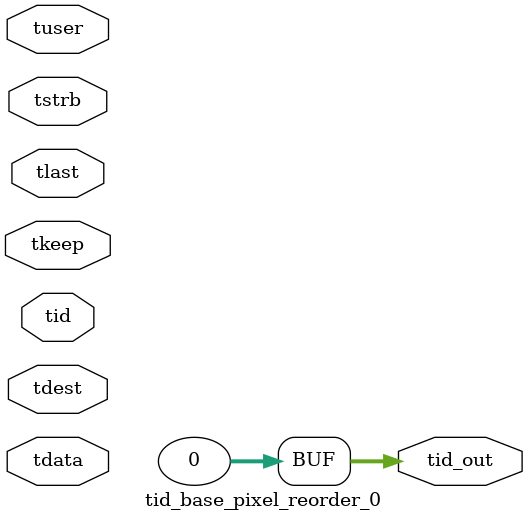
<source format=v>


`timescale 1ps/1ps

module tid_base_pixel_reorder_0 #
(
parameter C_S_AXIS_TID_WIDTH   = 1,
parameter C_S_AXIS_TUSER_WIDTH = 0,
parameter C_S_AXIS_TDATA_WIDTH = 0,
parameter C_S_AXIS_TDEST_WIDTH = 0,
parameter C_M_AXIS_TID_WIDTH   = 32
)
(
input  [(C_S_AXIS_TID_WIDTH   == 0 ? 1 : C_S_AXIS_TID_WIDTH)-1:0       ] tid,
input  [(C_S_AXIS_TDATA_WIDTH == 0 ? 1 : C_S_AXIS_TDATA_WIDTH)-1:0     ] tdata,
input  [(C_S_AXIS_TUSER_WIDTH == 0 ? 1 : C_S_AXIS_TUSER_WIDTH)-1:0     ] tuser,
input  [(C_S_AXIS_TDEST_WIDTH == 0 ? 1 : C_S_AXIS_TDEST_WIDTH)-1:0     ] tdest,
input  [(C_S_AXIS_TDATA_WIDTH/8)-1:0 ] tkeep,
input  [(C_S_AXIS_TDATA_WIDTH/8)-1:0 ] tstrb,
input                                                                    tlast,
output [(C_M_AXIS_TID_WIDTH   == 0 ? 1 : C_M_AXIS_TID_WIDTH)-1:0       ] tid_out
);

assign tid_out = {1'b0};

endmodule


</source>
